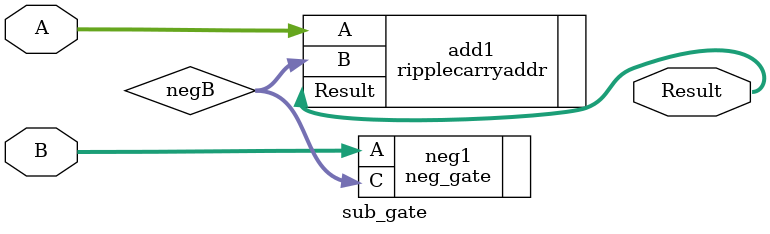
<source format=v>
module sub_gate(
	input wire [31:0] A,
	input wire [31:0] B,
	output wire [31:0] Result
);
	wire [31:0] negB;
	
	neg_gate neg1(.A(B), .C(negB));
	ripplecarryaddr add1(.A(A), .B(negB), .Result(Result));
endmodule 
</source>
